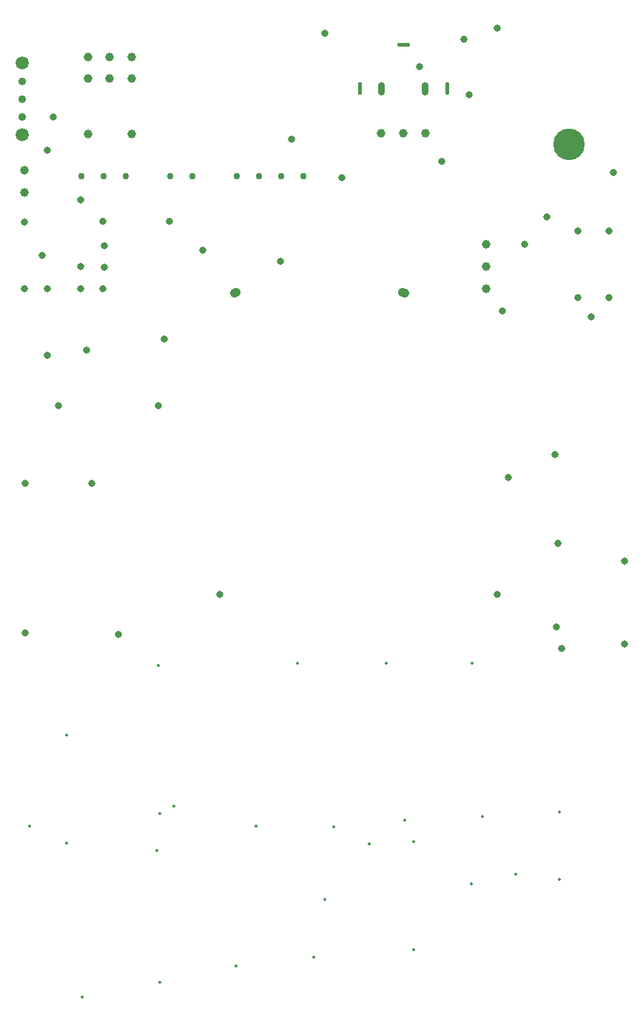
<source format=gbr>
%TF.GenerationSoftware,KiCad,Pcbnew,9.0.4*%
%TF.CreationDate,2025-09-18T23:22:23+02:00*%
%TF.ProjectId,X-DaysSynth,582d4461-7973-4537-996e-74682e6b6963,0.4*%
%TF.SameCoordinates,Original*%
%TF.FileFunction,Plated,1,2,PTH,Mixed*%
%TF.FilePolarity,Positive*%
%FSLAX46Y46*%
G04 Gerber Fmt 4.6, Leading zero omitted, Abs format (unit mm)*
G04 Created by KiCad (PCBNEW 9.0.4) date 2025-09-18 23:22:23*
%MOMM*%
%LPD*%
G01*
G04 APERTURE LIST*
%TA.AperFunction,ViaDrill*%
%ADD10C,0.350000*%
%TD*%
G04 aperture for slot hole*
%TA.AperFunction,ComponentDrill*%
%ADD11C,0.400000*%
%TD*%
%TA.AperFunction,ComponentDrill*%
%ADD12C,0.762000*%
%TD*%
%TA.AperFunction,ComponentDrill*%
%ADD13C,0.800000*%
%TD*%
G04 aperture for slot hole*
%TA.AperFunction,ComponentDrill*%
%ADD14C,0.800000*%
%TD*%
%TA.AperFunction,ViaDrill*%
%ADD15C,0.812800*%
%TD*%
%TA.AperFunction,ComponentDrill*%
%ADD16C,0.900000*%
%TD*%
%TA.AperFunction,ComponentDrill*%
%ADD17C,1.000000*%
%TD*%
G04 aperture for slot hole*
%TA.AperFunction,ComponentDrill*%
%ADD18C,1.046000*%
%TD*%
%TA.AperFunction,ComponentDrill*%
%ADD19C,1.500000*%
%TD*%
%TA.AperFunction,ComponentDrill*%
%ADD20C,3.606800*%
%TD*%
G04 APERTURE END LIST*
D10*
X107188000Y-138938000D03*
X111379000Y-128524000D03*
X111379000Y-140843000D03*
X113157000Y-158496000D03*
X121783000Y-141742000D03*
X121903827Y-120573628D03*
X122047000Y-137531000D03*
X122047000Y-156835000D03*
X123698000Y-136652000D03*
X130810000Y-154940000D03*
X133096000Y-138938000D03*
X137795000Y-120269000D03*
X139700000Y-153924000D03*
X140970000Y-147329000D03*
X141986000Y-139001000D03*
X146050000Y-140970000D03*
X147955000Y-120269000D03*
X150114000Y-138293000D03*
X151130000Y-140716000D03*
X151130000Y-153099000D03*
X157734000Y-145542000D03*
X157810953Y-120345953D03*
X159004000Y-137859000D03*
X162814000Y-144399000D03*
X167767000Y-137287000D03*
X167767000Y-145034000D03*
D11*
%TO.C,J3*%
X144936200Y-55055400D02*
X144936200Y-54055400D01*
X149436200Y-49555400D02*
X150436200Y-49555400D01*
X154936200Y-54055400D02*
X154936200Y-55055400D01*
D12*
%TO.C,AMP1*%
X113078447Y-64641500D03*
X115618447Y-64641500D03*
X118158447Y-64641500D03*
X123238447Y-64641500D03*
X125778447Y-64641500D03*
X130858447Y-64641500D03*
X133398447Y-64641500D03*
X135938447Y-64641500D03*
X138478447Y-64641500D03*
D13*
%TO.C,R2*%
X106553000Y-69850000D03*
X106553000Y-77470000D03*
%TO.C,R1*%
X109220000Y-77470000D03*
X109220000Y-85090000D03*
%TO.C,R3*%
X113030000Y-67310000D03*
X113030000Y-74930000D03*
%TO.C,C1*%
X113030000Y-77470000D03*
X115530000Y-77470000D03*
%TO.C,R8*%
X115570000Y-69723000D03*
%TO.C,C2*%
X115697000Y-72537000D03*
X115697000Y-75037000D03*
%TO.C,R8*%
X123190000Y-69723000D03*
D14*
%TO.C,J3*%
X147436200Y-54905400D02*
X147436200Y-54205400D01*
X152436200Y-54205400D02*
X152436200Y-54905400D01*
D13*
%TO.C,D2*%
X169926000Y-70866000D03*
X169926000Y-78486000D03*
%TO.C,D1*%
X173482000Y-70881000D03*
X173482000Y-78501000D03*
%TD*%
D15*
X106680000Y-99695000D03*
X106680000Y-116840000D03*
X108585000Y-73660000D03*
X109220000Y-61595000D03*
X109855000Y-57785000D03*
X110490000Y-90805000D03*
X113665000Y-84455000D03*
X114300000Y-99695000D03*
X117348000Y-116967000D03*
X121920000Y-90805000D03*
X122555000Y-83185000D03*
X127000000Y-73025000D03*
X128905000Y-112395000D03*
X135890000Y-74295000D03*
X137160000Y-60325000D03*
X140970000Y-48260000D03*
X142875000Y-64770000D03*
X151765000Y-52070000D03*
X154305000Y-62865000D03*
X156845000Y-48895000D03*
X157480000Y-55245000D03*
X160655000Y-47625000D03*
X160655000Y-112395000D03*
X161290000Y-80010000D03*
X161925000Y-99060000D03*
X163830000Y-72390000D03*
X166370000Y-69215000D03*
X167259000Y-96469200D03*
X167487600Y-116154200D03*
X167640000Y-106578400D03*
X168021000Y-118618000D03*
X171475400Y-80645000D03*
X173990000Y-64135000D03*
X175260000Y-108585000D03*
X175260000Y-118110000D03*
D16*
%TO.C,J2*%
X106299000Y-53785000D03*
X106299000Y-55785000D03*
X106299000Y-57785000D03*
D17*
%TO.C,J9*%
X106553000Y-63881000D03*
X106553000Y-66421000D03*
%TO.C,AMP1*%
X113840447Y-50965500D03*
X113840447Y-53465500D03*
X113840447Y-59739300D03*
X116340447Y-50965500D03*
X116340448Y-53465500D03*
X118840447Y-50965500D03*
X118840447Y-53465500D03*
X118840447Y-59739300D03*
%TO.C,J3*%
X147396200Y-59715400D03*
X149936200Y-59715400D03*
X152476200Y-59715400D03*
%TO.C,J4*%
X159385000Y-72390000D03*
X159385000Y-74930000D03*
X159385000Y-77470000D03*
D18*
%TO.C,LS1*%
X130824985Y-77865596D02*
X130605015Y-77992596D01*
X150096985Y-77992596D02*
X149877015Y-77865596D01*
D19*
%TO.C,J2*%
X106299000Y-51685000D03*
X106299000Y-59885000D03*
D20*
%TO.C,J1*%
X168910000Y-60960000D03*
M02*

</source>
